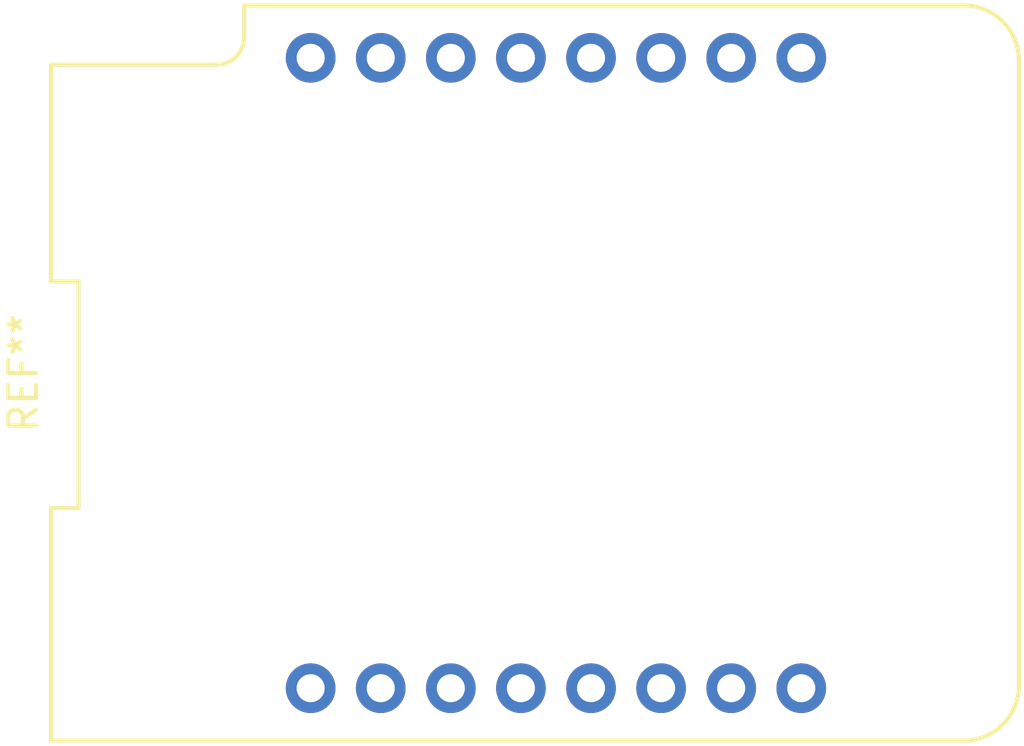
<source format=kicad_pcb>
(kicad_pcb (version 20171130) (host pcbnew "(5.0.0)")

  (general
    (thickness 1.6)
    (drawings 0)
    (tracks 0)
    (zones 0)
    (modules 1)
    (nets 1)
  )

  (page A4)
  (layers
    (0 F.Cu signal)
    (31 B.Cu signal)
    (32 B.Adhes user)
    (33 F.Adhes user)
    (34 B.Paste user)
    (35 F.Paste user)
    (36 B.SilkS user)
    (37 F.SilkS user)
    (38 B.Mask user)
    (39 F.Mask user)
    (40 Dwgs.User user)
    (41 Cmts.User user)
    (42 Eco1.User user)
    (43 Eco2.User user)
    (44 Edge.Cuts user)
    (45 Margin user)
    (46 B.CrtYd user)
    (47 F.CrtYd user)
    (48 B.Fab user)
    (49 F.Fab user)
  )

  (setup
    (last_trace_width 0.25)
    (trace_clearance 0.2)
    (zone_clearance 0.508)
    (zone_45_only no)
    (trace_min 0.2)
    (segment_width 0.2)
    (edge_width 0.15)
    (via_size 0.8)
    (via_drill 0.4)
    (via_min_size 0.4)
    (via_min_drill 0.3)
    (uvia_size 0.3)
    (uvia_drill 0.1)
    (uvias_allowed no)
    (uvia_min_size 0.2)
    (uvia_min_drill 0.1)
    (pcb_text_width 0.3)
    (pcb_text_size 1.5 1.5)
    (mod_edge_width 0.15)
    (mod_text_size 1 1)
    (mod_text_width 0.15)
    (pad_size 1.524 1.524)
    (pad_drill 0.762)
    (pad_to_mask_clearance 0.2)
    (aux_axis_origin 0 0)
    (visible_elements FFFFFF7F)
    (pcbplotparams
      (layerselection 0x010fc_ffffffff)
      (usegerberextensions false)
      (usegerberattributes false)
      (usegerberadvancedattributes false)
      (creategerberjobfile false)
      (excludeedgelayer true)
      (linewidth 0.100000)
      (plotframeref false)
      (viasonmask false)
      (mode 1)
      (useauxorigin false)
      (hpglpennumber 1)
      (hpglpenspeed 20)
      (hpglpendiameter 15.000000)
      (psnegative false)
      (psa4output false)
      (plotreference true)
      (plotvalue true)
      (plotinvisibletext false)
      (padsonsilk false)
      (subtractmaskfromsilk false)
      (outputformat 1)
      (mirror false)
      (drillshape 1)
      (scaleselection 1)
      (outputdirectory ""))
  )

  (net 0 "")

  (net_class Default "This is the default net class."
    (clearance 0.2)
    (trace_width 0.25)
    (via_dia 0.8)
    (via_drill 0.4)
    (uvia_dia 0.3)
    (uvia_drill 0.1)
  )

  (module wemos-d1-mini:wemos-d1-mini-connectors-only (layer F.Cu) (tedit 58B56BF5) (tstamp 5BA41E2D)
    (at 143.51 95.25)
    (fp_text reference REF** (at -19.3 0 90) (layer F.SilkS)
      (effects (font (size 1 1) (thickness 0.15)))
    )
    (fp_text value Wemos-D1-mini (at 0 0) (layer F.Fab)
      (effects (font (size 1 1) (thickness 0.15)))
    )
    (fp_arc (start -12.48 -12.33) (end -11.48 -12.33) (angle 90) (layer F.CrtYd) (width 0.05))
    (fp_line (start -18.46 -11.33) (end -12.48 -11.33) (layer F.CrtYd) (width 0.05))
    (fp_line (start -11.48 -13.5) (end -11.48 -12.33) (layer F.CrtYd) (width 0.05))
    (fp_line (start -11.3 -13.33) (end -11.3 -13.33) (layer F.SilkS) (width 0.15))
    (fp_line (start -11.3 -12.17) (end -11.3 -13.33) (layer F.SilkS) (width 0.15))
    (fp_arc (start -12.3 -12.18) (end -11.3 -12.18) (angle 90) (layer F.SilkS) (width 0.15))
    (fp_line (start -18.3 -11.18) (end -12.3 -11.18) (layer F.SilkS) (width 0.15))
    (fp_arc (start 14.94 -11.5) (end 14.85 -13.5) (angle 92.57657183) (layer F.CrtYd) (width 0.05))
    (fp_arc (start 14.94 11.5) (end 16.94 11.5) (angle 90) (layer F.CrtYd) (width 0.05))
    (fp_arc (start 14.78 11.33) (end 16.78 11.33) (angle 90) (layer F.SilkS) (width 0.15))
    (fp_arc (start 14.78 -11.33) (end 14.78 -13.33) (angle 90) (layer F.SilkS) (width 0.15))
    (fp_line (start -18.46 13.5) (end -18.46 -11.33) (layer F.CrtYd) (width 0.05))
    (fp_line (start 14.94 13.5) (end -18.46 13.5) (layer F.CrtYd) (width 0.05))
    (fp_line (start 16.94 -11.5) (end 16.94 11.5) (layer F.CrtYd) (width 0.05))
    (fp_line (start -11.48 -13.5) (end 14.85 -13.5) (layer F.CrtYd) (width 0.05))
    (fp_line (start -18.3 4.9) (end -18.3 13.329999) (layer F.SilkS) (width 0.15))
    (fp_line (start -17.3 4.9) (end -18.3 4.9) (layer F.SilkS) (width 0.15))
    (fp_line (start -17.3 -3.32) (end -17.3 4.9) (layer F.SilkS) (width 0.15))
    (fp_line (start -18.3 -3.32) (end -17.3 -3.32) (layer F.SilkS) (width 0.15))
    (fp_line (start -18.3 -11.18) (end -18.3 -3.32) (layer F.SilkS) (width 0.15))
    (fp_line (start 14.78 -13.33) (end -11.3 -13.33) (layer F.SilkS) (width 0.15))
    (fp_line (start 16.78 11.33) (end 16.78 -11.33) (layer F.SilkS) (width 0.15))
    (fp_line (start -18.3 13.33) (end 14.78 13.33) (layer F.SilkS) (width 0.15))
    (pad 8 thru_hole circle (at 8.89 11.43) (size 1.8 1.8) (drill 1.016) (layers *.Cu *.Mask))
    (pad 9 thru_hole circle (at 8.89 -11.43) (size 1.8 1.8) (drill 1.016) (layers *.Cu *.Mask))
    (pad 7 thru_hole circle (at 6.35 11.43) (size 1.8 1.8) (drill 1.016) (layers *.Cu *.Mask))
    (pad 10 thru_hole circle (at 6.35 -11.43) (size 1.8 1.8) (drill 1.016) (layers *.Cu *.Mask))
    (pad 6 thru_hole circle (at 3.81 11.43) (size 1.8 1.8) (drill 1.016) (layers *.Cu *.Mask))
    (pad 11 thru_hole circle (at 3.81 -11.43) (size 1.8 1.8) (drill 1.016) (layers *.Cu *.Mask))
    (pad 5 thru_hole circle (at 1.27 11.43) (size 1.8 1.8) (drill 1.016) (layers *.Cu *.Mask))
    (pad 12 thru_hole circle (at 1.27 -11.43) (size 1.8 1.8) (drill 1.016) (layers *.Cu *.Mask))
    (pad 4 thru_hole circle (at -1.27 11.43) (size 1.8 1.8) (drill 1.016) (layers *.Cu *.Mask))
    (pad 13 thru_hole circle (at -1.27 -11.43) (size 1.8 1.8) (drill 1.016) (layers *.Cu *.Mask))
    (pad 3 thru_hole circle (at -3.81 11.43) (size 1.8 1.8) (drill 1.016) (layers *.Cu *.Mask))
    (pad 14 thru_hole circle (at -3.81 -11.43) (size 1.8 1.8) (drill 1.016) (layers *.Cu *.Mask))
    (pad 2 thru_hole circle (at -6.35 11.43) (size 1.8 1.8) (drill 1.016) (layers *.Cu *.Mask))
    (pad 15 thru_hole circle (at -6.35 -11.43) (size 1.8 1.8) (drill 1.016) (layers *.Cu *.Mask))
    (pad 1 thru_hole circle (at -8.89 11.43) (size 1.8 1.8) (drill 1.016) (layers *.Cu *.Mask))
    (pad 16 thru_hole circle (at -8.89 -11.43) (size 1.8 1.8) (drill 1.016) (layers *.Cu *.Mask))
    (model ${KIPRJMOD}/3dshapes/wemos_d1_mini.3dshapes/SLW-108-01-G-S.wrl
      (offset (xyz 0 -11.39999982878918 0))
      (scale (xyz 0.3937 0.3937 0.3937))
      (rotate (xyz -90 0 0))
    )
    (model ${KIPRJMOD}/3dshapes/wemos_d1_mini.3dshapes/SLW-108-01-G-S.wrl
      (offset (xyz 0 11.39999982878918 0))
      (scale (xyz 0.3937 0.3937 0.3937))
      (rotate (xyz -90 0 0))
    )
    (model ${KIPRJMOD}/3dshapes/wemos_d1_mini.3dshapes/TSW-108-05-G-S.wrl
      (offset (xyz 0 -11.39999982878918 7.299999890364999))
      (scale (xyz 0.3937 0.3937 0.3937))
      (rotate (xyz 90 0 0))
    )
    (model ${KIPRJMOD}/3dshapes/wemos_d1_mini.3dshapes/TSW-108-05-G-S.wrl
      (offset (xyz 0 11.39999982878918 7.299999890364999))
      (scale (xyz 0.3937 0.3937 0.3937))
      (rotate (xyz 90 0 0))
    )
  )

)

</source>
